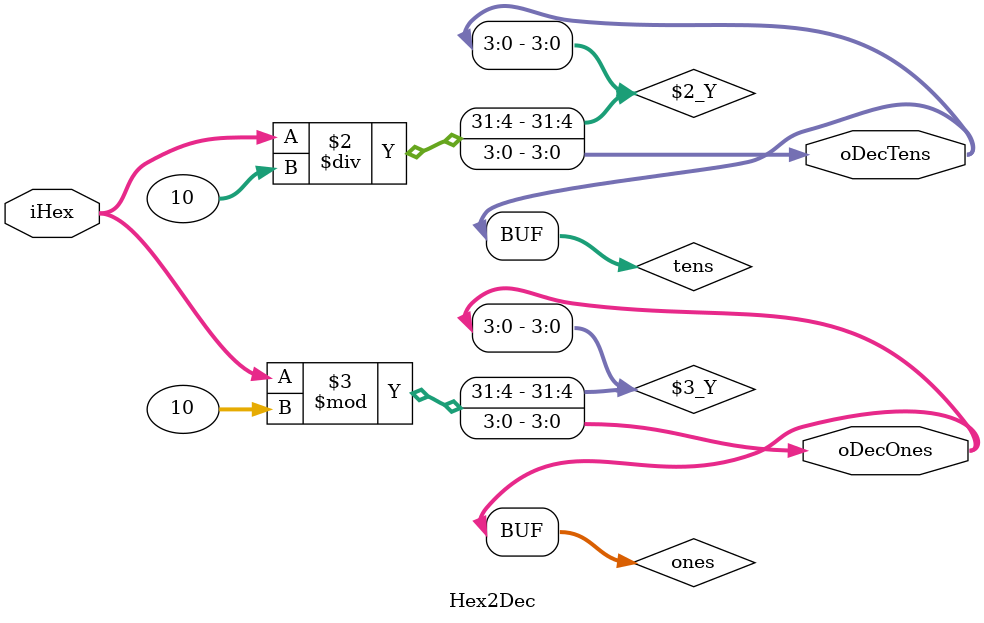
<source format=v>
module Hex2Dec(
    input [7:0] iHex,
    output [3:0] oDecTens,
    output [3:0] oDecOnes
);
    reg [3:0] tens;
    reg [3:0] ones;

    always @(*) begin
        tens = iHex / 10;
        ones = iHex % 10;
    end

    assign oDecTens = tens;
    assign oDecOnes = ones;
endmodule

</source>
